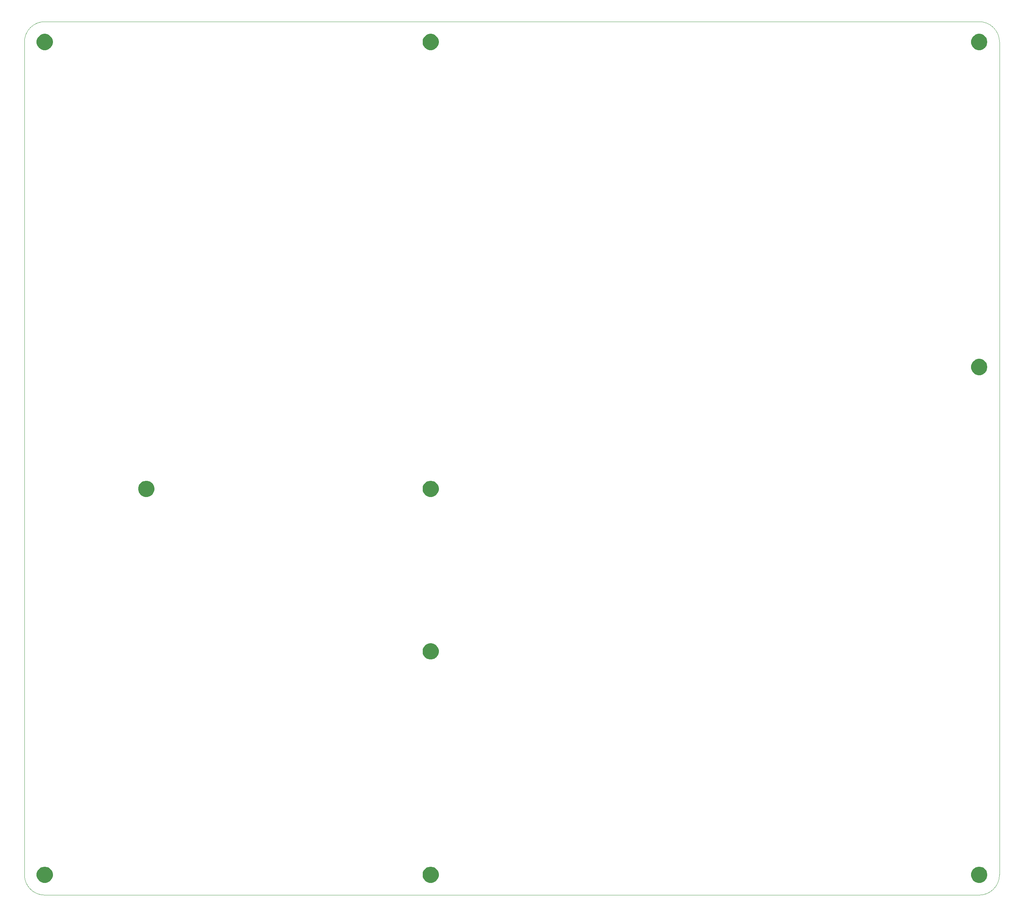
<source format=gbr>
%TF.GenerationSoftware,Altium Limited,Altium Designer,24.7.2 (38)*%
G04 Layer_Color=0*
%FSLAX43Y43*%
%MOMM*%
%TF.SameCoordinates,3DDE4B3C-03A5-4BC3-9972-2EF5A5DF1AA7*%
%TF.FilePolarity,Positive*%
%TF.FileFunction,Profile,NP*%
%TF.Part,Single*%
G01*
G75*
%TA.AperFunction,Profile*%
%ADD110C,0.025*%
G36*
X233000Y5000D02*
Y4803D01*
X233077Y4417D01*
X233228Y4053D01*
X233447Y3725D01*
X233725Y3447D01*
X234053Y3228D01*
X234417Y3077D01*
X234803Y3000D01*
X235000D01*
X235197D01*
X235583Y3077D01*
X235947Y3228D01*
X236275Y3447D01*
X236553Y3725D01*
X236772Y4053D01*
X236923Y4417D01*
X237000Y4803D01*
Y5000D01*
Y5197D01*
X236923Y5583D01*
X236772Y5947D01*
X236553Y6275D01*
X236275Y6554D01*
X235947Y6772D01*
X235583Y6923D01*
X235197Y7000D01*
X235000D01*
X234803D01*
X234417Y6923D01*
X234053Y6772D01*
X233725Y6554D01*
X233447Y6275D01*
X233228Y5947D01*
X233077Y5583D01*
X233000Y5197D01*
Y5000D01*
D01*
D02*
G37*
G36*
Y210000D02*
Y209803D01*
X233077Y209417D01*
X233228Y209053D01*
X233447Y208725D01*
X233725Y208446D01*
X234053Y208228D01*
X234417Y208077D01*
X234803Y208000D01*
X235000D01*
X235197D01*
X235583Y208077D01*
X235947Y208228D01*
X236275Y208446D01*
X236553Y208725D01*
X236772Y209053D01*
X236923Y209417D01*
X237000Y209803D01*
Y210000D01*
Y210197D01*
X236923Y210583D01*
X236772Y210947D01*
X236553Y211275D01*
X236275Y211553D01*
X235947Y211772D01*
X235583Y211923D01*
X235197Y212000D01*
X235000D01*
X234803D01*
X234417Y211923D01*
X234053Y211772D01*
X233725Y211553D01*
X233447Y211275D01*
X233228Y210947D01*
X233077Y210583D01*
X233000Y210197D01*
Y210000D01*
D01*
D02*
G37*
G36*
Y130000D02*
Y129803D01*
X233077Y129417D01*
X233228Y129053D01*
X233447Y128725D01*
X233725Y128446D01*
X234053Y128228D01*
X234417Y128077D01*
X234803Y128000D01*
X235000D01*
X235197D01*
X235583Y128077D01*
X235947Y128228D01*
X236275Y128446D01*
X236553Y128725D01*
X236772Y129053D01*
X236923Y129417D01*
X237000Y129803D01*
Y130000D01*
Y130197D01*
X236923Y130583D01*
X236772Y130947D01*
X236553Y131275D01*
X236275Y131553D01*
X235947Y131772D01*
X235583Y131923D01*
X235197Y132000D01*
X235000D01*
X234803D01*
X234417Y131923D01*
X234053Y131772D01*
X233725Y131553D01*
X233447Y131275D01*
X233228Y130947D01*
X233077Y130583D01*
X233000Y130197D01*
Y130000D01*
D01*
D02*
G37*
G36*
X98000Y5000D02*
Y4803D01*
X98077Y4417D01*
X98228Y4053D01*
X98447Y3725D01*
X98725Y3447D01*
X99053Y3228D01*
X99417Y3077D01*
X99803Y3000D01*
X100000D01*
X100197D01*
X100583Y3077D01*
X100947Y3228D01*
X101275Y3447D01*
X101553Y3725D01*
X101772Y4053D01*
X101923Y4417D01*
X102000Y4803D01*
Y5000D01*
Y5197D01*
X101923Y5583D01*
X101772Y5947D01*
X101553Y6275D01*
X101275Y6554D01*
X100947Y6772D01*
X100583Y6923D01*
X100197Y7000D01*
X100000D01*
X99803D01*
X99417Y6923D01*
X99053Y6772D01*
X98725Y6554D01*
X98447Y6275D01*
X98228Y5947D01*
X98077Y5583D01*
X98000Y5197D01*
Y5000D01*
D01*
D02*
G37*
G36*
X100000Y208000D02*
X99803D01*
X99417Y208077D01*
X99053Y208228D01*
X98725Y208446D01*
X98447Y208725D01*
X98228Y209053D01*
X98077Y209417D01*
X98000Y209803D01*
Y210000D01*
Y210197D01*
X98077Y210583D01*
X98228Y210947D01*
X98447Y211275D01*
X98725Y211553D01*
X99053Y211772D01*
X99417Y211923D01*
X99803Y212000D01*
X100000D01*
X100197D01*
X100583Y211923D01*
X100947Y211772D01*
X101275Y211553D01*
X101553Y211275D01*
X101772Y210947D01*
X101923Y210583D01*
X102000Y210197D01*
Y210000D01*
Y209803D01*
X101923Y209417D01*
X101772Y209053D01*
X101553Y208725D01*
X101275Y208446D01*
X100947Y208228D01*
X100583Y208077D01*
X100197Y208000D01*
X100000D01*
D01*
D02*
G37*
G36*
X30000Y98000D02*
X29803D01*
X29417Y98077D01*
X29053Y98228D01*
X28725Y98447D01*
X28447Y98725D01*
X28228Y99053D01*
X28077Y99417D01*
X28000Y99803D01*
Y100000D01*
Y100197D01*
X28077Y100583D01*
X28228Y100947D01*
X28447Y101275D01*
X28725Y101553D01*
X29053Y101772D01*
X29417Y101923D01*
X29803Y102000D01*
X30000D01*
X30197D01*
X30583Y101923D01*
X30947Y101772D01*
X31275Y101553D01*
X31553Y101275D01*
X31772Y100947D01*
X31923Y100583D01*
X32000Y100197D01*
Y100000D01*
Y99803D01*
X31923Y99417D01*
X31772Y99053D01*
X31553Y98725D01*
X31275Y98447D01*
X30947Y98228D01*
X30583Y98077D01*
X30197Y98000D01*
X30000D01*
D01*
D02*
G37*
G36*
X5000Y208000D02*
X4803D01*
X4417Y208077D01*
X4053Y208228D01*
X3725Y208446D01*
X3447Y208725D01*
X3228Y209053D01*
X3077Y209417D01*
X3000Y209803D01*
Y210000D01*
Y210197D01*
X3077Y210583D01*
X3228Y210947D01*
X3447Y211275D01*
X3725Y211553D01*
X4053Y211772D01*
X4417Y211923D01*
X4803Y212000D01*
X5000D01*
X5197D01*
X5583Y211923D01*
X5947Y211772D01*
X6275Y211553D01*
X6554Y211275D01*
X6772Y210947D01*
X6923Y210583D01*
X7000Y210197D01*
Y210000D01*
Y209803D01*
X6923Y209417D01*
X6772Y209053D01*
X6554Y208725D01*
X6275Y208446D01*
X5947Y208228D01*
X5583Y208077D01*
X5197Y208000D01*
X5000D01*
D01*
D02*
G37*
G36*
X100000Y98000D02*
X99803D01*
X99417Y98077D01*
X99053Y98228D01*
X98725Y98447D01*
X98447Y98725D01*
X98228Y99053D01*
X98077Y99417D01*
X98000Y99803D01*
Y100000D01*
Y100197D01*
X98077Y100583D01*
X98228Y100947D01*
X98447Y101275D01*
X98725Y101553D01*
X99053Y101772D01*
X99417Y101923D01*
X99803Y102000D01*
X100000D01*
X100197D01*
X100583Y101923D01*
X100947Y101772D01*
X101275Y101553D01*
X101553Y101275D01*
X101772Y100947D01*
X101923Y100583D01*
X102000Y100197D01*
Y100000D01*
Y99803D01*
X101923Y99417D01*
X101772Y99053D01*
X101553Y98725D01*
X101275Y98447D01*
X100947Y98228D01*
X100583Y98077D01*
X100197Y98000D01*
X100000D01*
D01*
D02*
G37*
G36*
X98000Y60000D02*
Y59803D01*
X98077Y59417D01*
X98228Y59053D01*
X98447Y58725D01*
X98725Y58446D01*
X99053Y58228D01*
X99417Y58077D01*
X99803Y58000D01*
X100000D01*
X100197D01*
X100583Y58077D01*
X100947Y58228D01*
X101275Y58446D01*
X101553Y58725D01*
X101772Y59053D01*
X101923Y59417D01*
X102000Y59803D01*
Y60000D01*
Y60197D01*
X101923Y60583D01*
X101772Y60947D01*
X101553Y61275D01*
X101275Y61554D01*
X100947Y61772D01*
X100583Y61923D01*
X100197Y62000D01*
X100000D01*
X99803D01*
X99417Y61923D01*
X99053Y61772D01*
X98725Y61554D01*
X98447Y61275D01*
X98228Y60947D01*
X98077Y60583D01*
X98000Y60197D01*
Y60000D01*
D01*
D02*
G37*
G36*
X5000Y3000D02*
X4803D01*
X4417Y3077D01*
X4053Y3228D01*
X3725Y3447D01*
X3447Y3725D01*
X3228Y4053D01*
X3077Y4417D01*
X3000Y4803D01*
Y5000D01*
Y5197D01*
X3077Y5583D01*
X3228Y5947D01*
X3447Y6275D01*
X3725Y6554D01*
X4053Y6772D01*
X4417Y6923D01*
X4803Y7000D01*
X5000D01*
X5197D01*
X5583Y6923D01*
X5947Y6772D01*
X6275Y6554D01*
X6554Y6275D01*
X6772Y5947D01*
X6923Y5583D01*
X7000Y5197D01*
Y5000D01*
Y4803D01*
X6923Y4417D01*
X6772Y4053D01*
X6554Y3725D01*
X6275Y3447D01*
X5947Y3228D01*
X5583Y3077D01*
X5197Y3000D01*
X5000D01*
D01*
D02*
G37*
D110*
Y0D02*
G02*
X0Y5000I0J5000D01*
G01*
Y210000D01*
D02*
G02*
X5000Y215000I5000J0D01*
G01*
X235000D01*
D02*
G02*
X240000Y210000I0J-5000D01*
G01*
X240000Y5000D01*
D02*
G02*
X235000Y0I-5000J0D01*
G01*
X5000D01*
%TF.MD5,9a6def3cb3191e36528678b9217ef1f9*%
M02*

</source>
